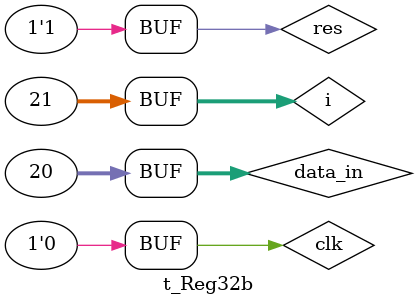
<source format=v>
/**
*	Test bench for 32 bit Register using D flip-flop
*	By: Omkar Prabhu 16CO233
*	16th October 2017
*/

`timescale 1ns/100ps

module t_Reg32b;

	// outputs 
	wire [0:31] data_out;
	// inputs 
	reg [0:31] data_in;
	reg clk;
	// active low reset signal
	reg res;
	
	// 32 bit Register thread instantiated
	Reg32b inst (data_out, data_in, clk, res);
	
	integer i;
	// check for various input combinations
	initial begin
	
		$dumpfile("Reg32b.vcd");
		$dumpvars(0, t_Reg32b);
		
		data_in = 32'b00000000000000000000000000000000;
		clk = 1'b0;
		res = 1'b1;
			
		for (i = 1; i <= 20; i = i + 1) begin
    		#6 data_in = data_in + 1'b1;
   		end
			
	end	

	// tweaking reset bit signal
	initial begin
		#10 res = 1'b1;
		#24 res = 1'b0;
		#10 res = 1'b1;
	end
	
	// clock signal
	initial begin
		repeat (30) begin
			#5 clk = ~ clk;
		end
	end
	
	// print result
	initial begin
		$monitor("%t: data in: %b clk: %b reset: %b \t\t\t data out: %b \n", $time, data_in, clk, res, data_out);	
	end
	
	
endmodule	

</source>
